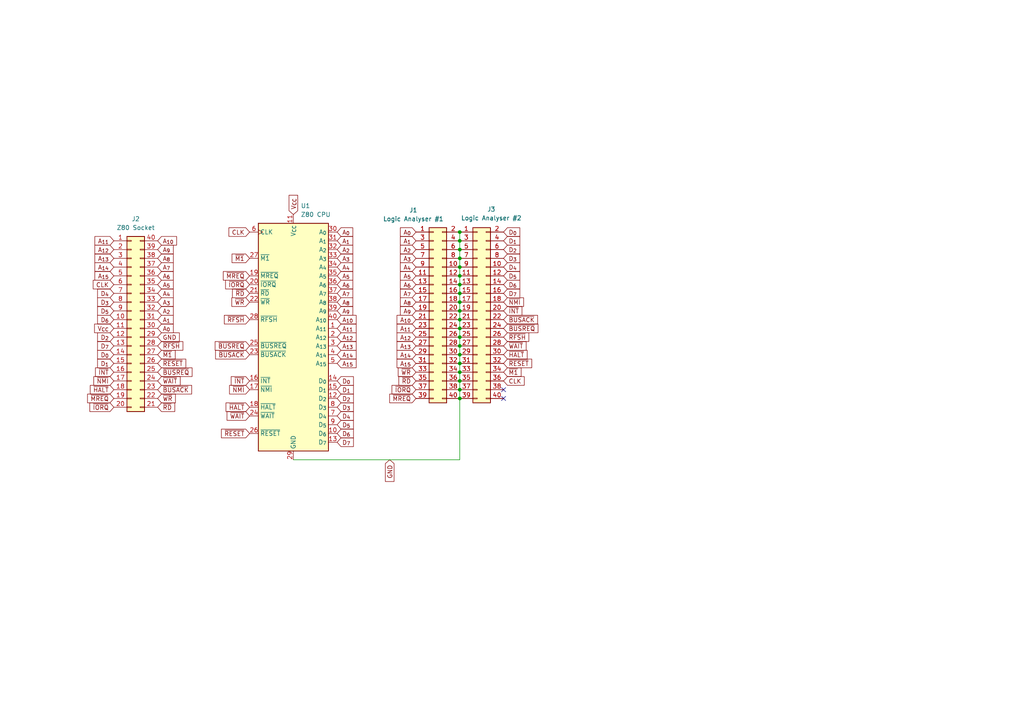
<source format=kicad_sch>
(kicad_sch (version 20250114) (generator "eeschema") (generator_version "9.0")
  (paper "A4")
  (title_block (title "Z80 CPU Breakout Board for Logic Analysers") (date "26/SEPT/2025") (rev "A") (company "Brett Hallen") (comment 1 "www,youtube.com/@Brfff"))
  (lib_symbols
    (symbol "CPU:Z084000xP"
      (property "Reference" "U" (at -9.652 34.798 0))
      (property "Value" "Z084000xP" (at 3.81 34.798 0))
      (symbol "Z084000xP_0_1"
        (rectangle (start -10.16 33.02) (end 10.16 -33.02) (stroke (width 0.254)) (fill (type background)))
      )
      (symbol "Z084000xP_1_1"
        (pin input clock (at -12.7 30.48 0) (length 2.54) (name "CLK") (number "6"))
        (pin output line (at -12.7 22.86 0) (length 2.54) (name "~{M1}") (number "27"))
        (pin tri_state line (at -12.7 17.78 0) (length 2.54) (name "~{MREQ}") (number "19"))
        (pin tri_state line (at -12.7 15.24 0) (length 2.54) (name "~{IORQ}") (number "20"))
        (pin tri_state line (at -12.7 12.7 0) (length 2.54) (name "~{RD}") (number "21"))
        (pin tri_state line (at -12.7 10.16 0) (length 2.54) (name "~{WR}") (number "22"))
        (pin output line (at -12.7 5.08 0) (length 2.54) (name "~{RFSH}") (number "28"))
        (pin input line (at -12.7 -2.54 0) (length 2.54) (name "~{BUSREQ}") (number "25"))
        (pin output line (at -12.7 -5.08 0) (length 2.54) (name "~{BUSACK}") (number "23"))
        (pin input line (at -12.7 -12.7 0) (length 2.54) (name "~{INT}") (number "16"))
        (pin input line (at -12.7 -15.24 0) (length 2.54) (name "~{NMI}") (number "17"))
        (pin output line (at -12.7 -20.32 0) (length 2.54) (name "~{HALT}") (number "18"))
        (pin input line (at -12.7 -22.86 0) (length 2.54) (name "~{WAIT}") (number "24"))
        (pin input line (at -12.7 -27.94 0) (length 2.54) (name "~{RESET}") (number "26"))
        (pin power_in line (at 0 35.56 270) (length 2.54) (name "V_{CC}") (number "11"))
        (pin power_in line (at 0 -35.56 90) (length 2.54) (name "GND") (number "29"))
        (pin tri_state line (at 12.7 30.48 180) (length 2.54) (name "A_{0}") (number "30"))
        (pin tri_state line (at 12.7 27.94 180) (length 2.54) (name "A_{1}") (number "31"))
        (pin tri_state line (at 12.7 25.4 180) (length 2.54) (name "A_{2}") (number "32"))
        (pin tri_state line (at 12.7 22.86 180) (length 2.54) (name "A_{3}") (number "33"))
        (pin tri_state line (at 12.7 20.32 180) (length 2.54) (name "A_{4}") (number "34"))
        (pin tri_state line (at 12.7 17.78 180) (length 2.54) (name "A_{5}") (number "35"))
        (pin tri_state line (at 12.7 15.24 180) (length 2.54) (name "A_{6}") (number "36"))
        (pin tri_state line (at 12.7 12.7 180) (length 2.54) (name "A_{7}") (number "37"))
        (pin tri_state line (at 12.7 10.16 180) (length 2.54) (name "A_{8}") (number "38"))
        (pin tri_state line (at 12.7 7.62 180) (length 2.54) (name "A_{9}") (number "39"))
        (pin tri_state line (at 12.7 5.08 180) (length 2.54) (name "A_{10}") (number "40"))
        (pin tri_state line (at 12.7 2.54 180) (length 2.54) (name "A_{11}") (number "1"))
        (pin tri_state line (at 12.7 0 180) (length 2.54) (name "A_{12}") (number "2"))
        (pin tri_state line (at 12.7 -2.54 180) (length 2.54) (name "A_{13}") (number "3"))
        (pin tri_state line (at 12.7 -5.08 180) (length 2.54) (name "A_{14}") (number "4"))
        (pin tri_state line (at 12.7 -7.62 180) (length 2.54) (name "A_{15}") (number "5"))
        (pin bidirectional line (at 12.7 -12.7 180) (length 2.54) (name "D_{0}") (number "14"))
        (pin bidirectional line (at 12.7 -15.24 180) (length 2.54) (name "D_{1}") (number "15"))
        (pin bidirectional line (at 12.7 -17.78 180) (length 2.54) (name "D_{2}") (number "12"))
        (pin bidirectional line (at 12.7 -20.32 180) (length 2.54) (name "D_{3}") (number "8"))
        (pin bidirectional line (at 12.7 -22.86 180) (length 2.54) (name "D_{4}") (number "7"))
        (pin bidirectional line (at 12.7 -25.4 180) (length 2.54) (name "D_{5}") (number "9"))
        (pin bidirectional line (at 12.7 -27.94 180) (length 2.54) (name "D_{6}") (number "10"))
        (pin bidirectional line (at 12.7 -30.48 180) (length 2.54) (name "D_{7}") (number "13"))
      )
    )
    (symbol "Connector_Generic:Conn_02x20_Counter_Clockwise" (pin_names (offset 1.016) (hide yes))
      (property "Reference" "J" (at 1.27 25.4 0))
      (property "Value" "Conn_02x20_Counter_Clockwise" (at 1.27 -27.94 0))
      (symbol "Conn_02x20_Counter_Clockwise_1_1"
        (rectangle (start -1.27 24.13) (end 3.81 -26.67) (stroke (width 0.254)) (fill (type background)))
        (rectangle (start -1.27 22.987) (end 0 22.733) (stroke (width 0.1524)))
        (rectangle (start -1.27 20.447) (end 0 20.193) (stroke (width 0.1524)))
        (rectangle (start -1.27 17.907) (end 0 17.653) (stroke (width 0.1524)))
        (rectangle (start -1.27 15.367) (end 0 15.113) (stroke (width 0.1524)))
        (rectangle (start -1.27 12.827) (end 0 12.573) (stroke (width 0.1524)))
        (rectangle (start -1.27 10.287) (end 0 10.033) (stroke (width 0.1524)))
        (rectangle (start -1.27 7.747) (end 0 7.493) (stroke (width 0.1524)))
        (rectangle (start -1.27 5.207) (end 0 4.953) (stroke (width 0.1524)))
        (rectangle (start -1.27 2.667) (end 0 2.413) (stroke (width 0.1524)))
        (rectangle (start -1.27 0.127) (end 0 -0.127) (stroke (width 0.1524)))
        (rectangle (start -1.27 -2.413) (end 0 -2.667) (stroke (width 0.1524)))
        (rectangle (start -1.27 -4.953) (end 0 -5.207) (stroke (width 0.1524)))
        (rectangle (start -1.27 -7.493) (end 0 -7.747) (stroke (width 0.1524)))
        (rectangle (start -1.27 -10.033) (end 0 -10.287) (stroke (width 0.1524)))
        (rectangle (start -1.27 -12.573) (end 0 -12.827) (stroke (width 0.1524)))
        (rectangle (start -1.27 -15.113) (end 0 -15.367) (stroke (width 0.1524)))
        (rectangle (start -1.27 -17.653) (end 0 -17.907) (stroke (width 0.1524)))
        (rectangle (start -1.27 -20.193) (end 0 -20.447) (stroke (width 0.1524)))
        (rectangle (start -1.27 -22.733) (end 0 -22.987) (stroke (width 0.1524)))
        (rectangle (start -1.27 -25.273) (end 0 -25.527) (stroke (width 0.1524)))
        (rectangle (start 3.81 22.987) (end 2.54 22.733) (stroke (width 0.1524)))
        (rectangle (start 3.81 20.447) (end 2.54 20.193) (stroke (width 0.1524)))
        (rectangle (start 3.81 17.907) (end 2.54 17.653) (stroke (width 0.1524)))
        (rectangle (start 3.81 15.367) (end 2.54 15.113) (stroke (width 0.1524)))
        (rectangle (start 3.81 12.827) (end 2.54 12.573) (stroke (width 0.1524)))
        (rectangle (start 3.81 10.287) (end 2.54 10.033) (stroke (width 0.1524)))
        (rectangle (start 3.81 7.747) (end 2.54 7.493) (stroke (width 0.1524)))
        (rectangle (start 3.81 5.207) (end 2.54 4.953) (stroke (width 0.1524)))
        (rectangle (start 3.81 2.667) (end 2.54 2.413) (stroke (width 0.1524)))
        (rectangle (start 3.81 0.127) (end 2.54 -0.127) (stroke (width 0.1524)))
        (rectangle (start 3.81 -2.413) (end 2.54 -2.667) (stroke (width 0.1524)))
        (rectangle (start 3.81 -4.953) (end 2.54 -5.207) (stroke (width 0.1524)))
        (rectangle (start 3.81 -7.493) (end 2.54 -7.747) (stroke (width 0.1524)))
        (rectangle (start 3.81 -10.033) (end 2.54 -10.287) (stroke (width 0.1524)))
        (rectangle (start 3.81 -12.573) (end 2.54 -12.827) (stroke (width 0.1524)))
        (rectangle (start 3.81 -15.113) (end 2.54 -15.367) (stroke (width 0.1524)))
        (rectangle (start 3.81 -17.653) (end 2.54 -17.907) (stroke (width 0.1524)))
        (rectangle (start 3.81 -20.193) (end 2.54 -20.447) (stroke (width 0.1524)))
        (rectangle (start 3.81 -22.733) (end 2.54 -22.987) (stroke (width 0.1524)))
        (rectangle (start 3.81 -25.273) (end 2.54 -25.527) (stroke (width 0.1524)))
        (pin passive line (at -5.08 22.86 0) (length 3.81) (name "Pin_1") (number "1"))
        (pin passive line (at -5.08 20.32 0) (length 3.81) (name "Pin_2") (number "2"))
        (pin passive line (at -5.08 17.78 0) (length 3.81) (name "Pin_3") (number "3"))
        (pin passive line (at -5.08 15.24 0) (length 3.81) (name "Pin_4") (number "4"))
        (pin passive line (at -5.08 12.7 0) (length 3.81) (name "Pin_5") (number "5"))
        (pin passive line (at -5.08 10.16 0) (length 3.81) (name "Pin_6") (number "6"))
        (pin passive line (at -5.08 7.62 0) (length 3.81) (name "Pin_7") (number "7"))
        (pin passive line (at -5.08 5.08 0) (length 3.81) (name "Pin_8") (number "8"))
        (pin passive line (at -5.08 2.54 0) (length 3.81) (name "Pin_9") (number "9"))
        (pin passive line (at -5.08 0 0) (length 3.81) (name "Pin_10") (number "10"))
        (pin passive line (at -5.08 -2.54 0) (length 3.81) (name "Pin_11") (number "11"))
        (pin passive line (at -5.08 -5.08 0) (length 3.81) (name "Pin_12") (number "12"))
        (pin passive line (at -5.08 -7.62 0) (length 3.81) (name "Pin_13") (number "13"))
        (pin passive line (at -5.08 -10.16 0) (length 3.81) (name "Pin_14") (number "14"))
        (pin passive line (at -5.08 -12.7 0) (length 3.81) (name "Pin_15") (number "15"))
        (pin passive line (at -5.08 -15.24 0) (length 3.81) (name "Pin_16") (number "16"))
        (pin passive line (at -5.08 -17.78 0) (length 3.81) (name "Pin_17") (number "17"))
        (pin passive line (at -5.08 -20.32 0) (length 3.81) (name "Pin_18") (number "18"))
        (pin passive line (at -5.08 -22.86 0) (length 3.81) (name "Pin_19") (number "19"))
        (pin passive line (at -5.08 -25.4 0) (length 3.81) (name "Pin_20") (number "20"))
        (pin passive line (at 7.62 22.86 180) (length 3.81) (name "Pin_40") (number "40"))
        (pin passive line (at 7.62 20.32 180) (length 3.81) (name "Pin_39") (number "39"))
        (pin passive line (at 7.62 17.78 180) (length 3.81) (name "Pin_38") (number "38"))
        (pin passive line (at 7.62 15.24 180) (length 3.81) (name "Pin_37") (number "37"))
        (pin passive line (at 7.62 12.7 180) (length 3.81) (name "Pin_36") (number "36"))
        (pin passive line (at 7.62 10.16 180) (length 3.81) (name "Pin_35") (number "35"))
        (pin passive line (at 7.62 7.62 180) (length 3.81) (name "Pin_34") (number "34"))
        (pin passive line (at 7.62 5.08 180) (length 3.81) (name "Pin_33") (number "33"))
        (pin passive line (at 7.62 2.54 180) (length 3.81) (name "Pin_32") (number "32"))
        (pin passive line (at 7.62 0 180) (length 3.81) (name "Pin_31") (number "31"))
        (pin passive line (at 7.62 -2.54 180) (length 3.81) (name "Pin_30") (number "30"))
        (pin passive line (at 7.62 -5.08 180) (length 3.81) (name "Pin_29") (number "29"))
        (pin passive line (at 7.62 -7.62 180) (length 3.81) (name "Pin_28") (number "28"))
        (pin passive line (at 7.62 -10.16 180) (length 3.81) (name "Pin_27") (number "27"))
        (pin passive line (at 7.62 -12.7 180) (length 3.81) (name "Pin_26") (number "26"))
        (pin passive line (at 7.62 -15.24 180) (length 3.81) (name "Pin_25") (number "25"))
        (pin passive line (at 7.62 -17.78 180) (length 3.81) (name "Pin_24") (number "24"))
        (pin passive line (at 7.62 -20.32 180) (length 3.81) (name "Pin_23") (number "23"))
        (pin passive line (at 7.62 -22.86 180) (length 3.81) (name "Pin_22") (number "22"))
        (pin passive line (at 7.62 -25.4 180) (length 3.81) (name "Pin_21") (number "21"))
      )
    )
    (symbol "Connector_Generic:Conn_02x20_Odd_Even" (pin_names (offset 1.016) (hide yes))
      (property "Reference" "J" (at 1.27 25.4 0))
      (property "Value" "Conn_02x20_Odd_Even" (at 1.27 -27.94 0))
      (symbol "Conn_02x20_Odd_Even_1_1"
        (rectangle (start -1.27 24.13) (end 3.81 -26.67) (stroke (width 0.254)) (fill (type background)))
        (rectangle (start -1.27 22.987) (end 0 22.733) (stroke (width 0.1524)))
        (rectangle (start -1.27 20.447) (end 0 20.193) (stroke (width 0.1524)))
        (rectangle (start -1.27 17.907) (end 0 17.653) (stroke (width 0.1524)))
        (rectangle (start -1.27 15.367) (end 0 15.113) (stroke (width 0.1524)))
        (rectangle (start -1.27 12.827) (end 0 12.573) (stroke (width 0.1524)))
        (rectangle (start -1.27 10.287) (end 0 10.033) (stroke (width 0.1524)))
        (rectangle (start -1.27 7.747) (end 0 7.493) (stroke (width 0.1524)))
        (rectangle (start -1.27 5.207) (end 0 4.953) (stroke (width 0.1524)))
        (rectangle (start -1.27 2.667) (end 0 2.413) (stroke (width 0.1524)))
        (rectangle (start -1.27 0.127) (end 0 -0.127) (stroke (width 0.1524)))
        (rectangle (start -1.27 -2.413) (end 0 -2.667) (stroke (width 0.1524)))
        (rectangle (start -1.27 -4.953) (end 0 -5.207) (stroke (width 0.1524)))
        (rectangle (start -1.27 -7.493) (end 0 -7.747) (stroke (width 0.1524)))
        (rectangle (start -1.27 -10.033) (end 0 -10.287) (stroke (width 0.1524)))
        (rectangle (start -1.27 -12.573) (end 0 -12.827) (stroke (width 0.1524)))
        (rectangle (start -1.27 -15.113) (end 0 -15.367) (stroke (width 0.1524)))
        (rectangle (start -1.27 -17.653) (end 0 -17.907) (stroke (width 0.1524)))
        (rectangle (start -1.27 -20.193) (end 0 -20.447) (stroke (width 0.1524)))
        (rectangle (start -1.27 -22.733) (end 0 -22.987) (stroke (width 0.1524)))
        (rectangle (start -1.27 -25.273) (end 0 -25.527) (stroke (width 0.1524)))
        (rectangle (start 3.81 22.987) (end 2.54 22.733) (stroke (width 0.1524)))
        (rectangle (start 3.81 20.447) (end 2.54 20.193) (stroke (width 0.1524)))
        (rectangle (start 3.81 17.907) (end 2.54 17.653) (stroke (width 0.1524)))
        (rectangle (start 3.81 15.367) (end 2.54 15.113) (stroke (width 0.1524)))
        (rectangle (start 3.81 12.827) (end 2.54 12.573) (stroke (width 0.1524)))
        (rectangle (start 3.81 10.287) (end 2.54 10.033) (stroke (width 0.1524)))
        (rectangle (start 3.81 7.747) (end 2.54 7.493) (stroke (width 0.1524)))
        (rectangle (start 3.81 5.207) (end 2.54 4.953) (stroke (width 0.1524)))
        (rectangle (start 3.81 2.667) (end 2.54 2.413) (stroke (width 0.1524)))
        (rectangle (start 3.81 0.127) (end 2.54 -0.127) (stroke (width 0.1524)))
        (rectangle (start 3.81 -2.413) (end 2.54 -2.667) (stroke (width 0.1524)))
        (rectangle (start 3.81 -4.953) (end 2.54 -5.207) (stroke (width 0.1524)))
        (rectangle (start 3.81 -7.493) (end 2.54 -7.747) (stroke (width 0.1524)))
        (rectangle (start 3.81 -10.033) (end 2.54 -10.287) (stroke (width 0.1524)))
        (rectangle (start 3.81 -12.573) (end 2.54 -12.827) (stroke (width 0.1524)))
        (rectangle (start 3.81 -15.113) (end 2.54 -15.367) (stroke (width 0.1524)))
        (rectangle (start 3.81 -17.653) (end 2.54 -17.907) (stroke (width 0.1524)))
        (rectangle (start 3.81 -20.193) (end 2.54 -20.447) (stroke (width 0.1524)))
        (rectangle (start 3.81 -22.733) (end 2.54 -22.987) (stroke (width 0.1524)))
        (rectangle (start 3.81 -25.273) (end 2.54 -25.527) (stroke (width 0.1524)))
        (pin passive line (at -5.08 22.86 0) (length 3.81) (name "Pin_1") (number "1"))
        (pin passive line (at -5.08 20.32 0) (length 3.81) (name "Pin_3") (number "3"))
        (pin passive line (at -5.08 17.78 0) (length 3.81) (name "Pin_5") (number "5"))
        (pin passive line (at -5.08 15.24 0) (length 3.81) (name "Pin_7") (number "7"))
        (pin passive line (at -5.08 12.7 0) (length 3.81) (name "Pin_9") (number "9"))
        (pin passive line (at -5.08 10.16 0) (length 3.81) (name "Pin_11") (number "11"))
        (pin passive line (at -5.08 7.62 0) (length 3.81) (name "Pin_13") (number "13"))
        (pin passive line (at -5.08 5.08 0) (length 3.81) (name "Pin_15") (number "15"))
        (pin passive line (at -5.08 2.54 0) (length 3.81) (name "Pin_17") (number "17"))
        (pin passive line (at -5.08 0 0) (length 3.81) (name "Pin_19") (number "19"))
        (pin passive line (at -5.08 -2.54 0) (length 3.81) (name "Pin_21") (number "21"))
        (pin passive line (at -5.08 -5.08 0) (length 3.81) (name "Pin_23") (number "23"))
        (pin passive line (at -5.08 -7.62 0) (length 3.81) (name "Pin_25") (number "25"))
        (pin passive line (at -5.08 -10.16 0) (length 3.81) (name "Pin_27") (number "27"))
        (pin passive line (at -5.08 -12.7 0) (length 3.81) (name "Pin_29") (number "29"))
        (pin passive line (at -5.08 -15.24 0) (length 3.81) (name "Pin_31") (number "31"))
        (pin passive line (at -5.08 -17.78 0) (length 3.81) (name "Pin_33") (number "33"))
        (pin passive line (at -5.08 -20.32 0) (length 3.81) (name "Pin_35") (number "35"))
        (pin passive line (at -5.08 -22.86 0) (length 3.81) (name "Pin_37") (number "37"))
        (pin passive line (at -5.08 -25.4 0) (length 3.81) (name "Pin_39") (number "39"))
        (pin passive line (at 7.62 22.86 180) (length 3.81) (name "Pin_2") (number "2"))
        (pin passive line (at 7.62 20.32 180) (length 3.81) (name "Pin_4") (number "4"))
        (pin passive line (at 7.62 17.78 180) (length 3.81) (name "Pin_6") (number "6"))
        (pin passive line (at 7.62 15.24 180) (length 3.81) (name "Pin_8") (number "8"))
        (pin passive line (at 7.62 12.7 180) (length 3.81) (name "Pin_10") (number "10"))
        (pin passive line (at 7.62 10.16 180) (length 3.81) (name "Pin_12") (number "12"))
        (pin passive line (at 7.62 7.62 180) (length 3.81) (name "Pin_14") (number "14"))
        (pin passive line (at 7.62 5.08 180) (length 3.81) (name "Pin_16") (number "16"))
        (pin passive line (at 7.62 2.54 180) (length 3.81) (name "Pin_18") (number "18"))
        (pin passive line (at 7.62 0 180) (length 3.81) (name "Pin_20") (number "20"))
        (pin passive line (at 7.62 -2.54 180) (length 3.81) (name "Pin_22") (number "22"))
        (pin passive line (at 7.62 -5.08 180) (length 3.81) (name "Pin_24") (number "24"))
        (pin passive line (at 7.62 -7.62 180) (length 3.81) (name "Pin_26") (number "26"))
        (pin passive line (at 7.62 -10.16 180) (length 3.81) (name "Pin_28") (number "28"))
        (pin passive line (at 7.62 -12.7 180) (length 3.81) (name "Pin_30") (number "30"))
        (pin passive line (at 7.62 -15.24 180) (length 3.81) (name "Pin_32") (number "32"))
        (pin passive line (at 7.62 -17.78 180) (length 3.81) (name "Pin_34") (number "34"))
        (pin passive line (at 7.62 -20.32 180) (length 3.81) (name "Pin_36") (number "36"))
        (pin passive line (at 7.62 -22.86 180) (length 3.81) (name "Pin_38") (number "38"))
        (pin passive line (at 7.62 -25.4 180) (length 3.81) (name "Pin_40") (number "40"))
      )
    )
  )
  (junction (at 133.35 113.03))
  (junction (at 133.35 67.31))
  (junction (at 133.35 72.39))
  (junction (at 133.35 69.85))
  (junction (at 133.35 92.71))
  (junction (at 133.35 97.79))
  (junction (at 133.35 82.55))
  (junction (at 133.35 107.95))
  (junction (at 133.35 102.87))
  (junction (at 133.35 87.63))
  (junction (at 133.35 95.25))
  (junction (at 133.35 90.17))
  (junction (at 133.35 80.01))
  (junction (at 133.35 77.47))
  (junction (at 133.35 74.93))
  (junction (at 133.35 115.57))
  (junction (at 133.35 85.09))
  (junction (at 133.35 100.33))
  (junction (at 133.35 110.49))
  (junction (at 133.35 105.41))
  (no_connect (at 146.05 113.03))
  (no_connect (at 146.05 115.57))
  (wire (pts (xy 133.35 102.87) (xy 133.35 100.33)))
  (wire (pts (xy 133.35 90.17) (xy 133.35 87.63)))
  (wire (pts (xy 133.35 72.39) (xy 133.35 69.85)))
  (wire (pts (xy 133.35 95.25) (xy 133.35 92.71)))
  (wire (pts (xy 133.35 74.93) (xy 133.35 72.39)))
  (wire (pts (xy 133.35 115.57) (xy 133.35 113.03)))
  (wire (pts (xy 133.35 105.41) (xy 133.35 102.87)))
  (wire (pts (xy 133.35 85.09) (xy 133.35 82.55)))
  (wire (pts (xy 133.35 113.03) (xy 133.35 110.49)))
  (wire (pts (xy 133.35 100.33) (xy 133.35 97.79)))
  (wire (pts (xy 133.35 80.01) (xy 133.35 77.47)))
  (wire (pts (xy 133.35 87.63) (xy 133.35 85.09)))
  (wire (pts (xy 133.35 77.47) (xy 133.35 74.93)))
  (wire (pts (xy 133.35 92.71) (xy 133.35 90.17)))
  (wire (pts (xy 133.35 97.79) (xy 133.35 95.25)))
  (wire (pts (xy 133.35 133.35) (xy 133.35 115.57)))
  (wire (pts (xy 133.35 82.55) (xy 133.35 80.01)))
  (wire (pts (xy 85.09 133.35) (xy 133.35 133.35)))
  (wire (pts (xy 133.35 69.85) (xy 133.35 67.31)))
  (wire (pts (xy 133.35 107.95) (xy 133.35 105.41)))
  (wire (pts (xy 133.35 110.49) (xy 133.35 107.95)))
  (global_label "~{BUSACK}" (shape input) (at 45.72 113.03 0) (property "Intersheetrefs" "${INTERSHEET_REFS}" (effects (hide yes))))
  (global_label "A_{12}" (shape input) (at 97.79 97.79 0) (property "Intersheetrefs" "${INTERSHEET_REFS}" (effects (hide yes))))
  (global_label "CLK" (shape input) (at 72.39 67.31 180) (property "Intersheetrefs" "${INTERSHEET_REFS}" (effects (hide yes))))
  (global_label "A_{10}" (shape input) (at 97.79 92.71 0) (property "Intersheetrefs" "${INTERSHEET_REFS}" (effects (hide yes))))
  (global_label "V_{CC}" (shape input) (at 33.02 95.25 180) (property "Intersheetrefs" "${INTERSHEET_REFS}" (effects (hide yes))))
  (global_label "D_{4}" (shape input) (at 97.79 120.65 0) (property "Intersheetrefs" "${INTERSHEET_REFS}" (effects (hide yes))))
  (global_label "A_{5}" (shape input) (at 97.79 80.01 0) (property "Intersheetrefs" "${INTERSHEET_REFS}" (effects (hide yes))))
  (global_label "A_{15}" (shape input) (at 120.65 105.41 180) (property "Intersheetrefs" "${INTERSHEET_REFS}" (effects (hide yes))))
  (global_label "A_{2}" (shape input) (at 45.72 90.17 0) (property "Intersheetrefs" "${INTERSHEET_REFS}" (effects (hide yes))))
  (global_label "A_{10}" (shape input) (at 120.65 92.71 180) (property "Intersheetrefs" "${INTERSHEET_REFS}" (effects (hide yes))))
  (global_label "~{HALT}" (shape input) (at 146.05 102.87 0) (property "Intersheetrefs" "${INTERSHEET_REFS}" (effects (hide yes))))
  (global_label "A_{3}" (shape input) (at 45.72 87.63 0) (property "Intersheetrefs" "${INTERSHEET_REFS}" (effects (hide yes))))
  (global_label "A_{8}" (shape input) (at 120.65 87.63 180) (property "Intersheetrefs" "${INTERSHEET_REFS}" (effects (hide yes))))
  (global_label "D_{2}" (shape input) (at 146.05 72.39 0) (property "Intersheetrefs" "${INTERSHEET_REFS}" (effects (hide yes))))
  (global_label "~{M1}" (shape input) (at 146.05 107.95 0) (property "Intersheetrefs" "${INTERSHEET_REFS}" (effects (hide yes))))
  (global_label "A_{1}" (shape input) (at 120.65 69.85 180) (property "Intersheetrefs" "${INTERSHEET_REFS}" (effects (hide yes))))
  (global_label "D_{0}" (shape input) (at 33.02 102.87 180) (property "Intersheetrefs" "${INTERSHEET_REFS}" (effects (hide yes))))
  (global_label "A_{8}" (shape input) (at 97.79 87.63 0) (property "Intersheetrefs" "${INTERSHEET_REFS}" (effects (hide yes))))
  (global_label "D_{6}" (shape input) (at 146.05 82.55 0) (property "Intersheetrefs" "${INTERSHEET_REFS}" (effects (hide yes))))
  (global_label "D_{3}" (shape input) (at 33.02 87.63 180) (property "Intersheetrefs" "${INTERSHEET_REFS}" (effects (hide yes))))
  (global_label "A_{11}" (shape input) (at 33.02 69.85 180) (property "Intersheetrefs" "${INTERSHEET_REFS}" (effects (hide yes))))
  (global_label "~{WR}" (shape input) (at 45.72 115.57 0) (property "Intersheetrefs" "${INTERSHEET_REFS}" (effects (hide yes))))
  (global_label "D_{1}" (shape input) (at 33.02 105.41 180) (property "Intersheetrefs" "${INTERSHEET_REFS}" (effects (hide yes))))
  (global_label "A_{3}" (shape input) (at 97.79 74.93 0) (property "Intersheetrefs" "${INTERSHEET_REFS}" (effects (hide yes))))
  (global_label "A_{5}" (shape input) (at 120.65 80.01 180) (property "Intersheetrefs" "${INTERSHEET_REFS}" (effects (hide yes))))
  (global_label "~{HALT}" (shape input) (at 33.02 113.03 180) (property "Intersheetrefs" "${INTERSHEET_REFS}" (effects (hide yes))))
  (global_label "A_{6}" (shape input) (at 97.79 82.55 0) (property "Intersheetrefs" "${INTERSHEET_REFS}" (effects (hide yes))))
  (global_label "D_{4}" (shape input) (at 146.05 77.47 0) (property "Intersheetrefs" "${INTERSHEET_REFS}" (effects (hide yes))))
  (global_label "~{WAIT}" (shape input) (at 45.72 110.49 0) (property "Intersheetrefs" "${INTERSHEET_REFS}" (effects (hide yes))))
  (global_label "A_{10}" (shape input) (at 45.72 69.85 0) (property "Intersheetrefs" "${INTERSHEET_REFS}" (effects (hide yes))))
  (global_label "~{RD}" (shape input) (at 45.72 118.11 0) (property "Intersheetrefs" "${INTERSHEET_REFS}" (effects (hide yes))))
  (global_label "D_{1}" (shape input) (at 97.79 113.03 0) (property "Intersheetrefs" "${INTERSHEET_REFS}" (effects (hide yes))))
  (global_label "CLK" (shape input) (at 33.02 82.55 180) (property "Intersheetrefs" "${INTERSHEET_REFS}" (effects (hide yes))))
  (global_label "A_{15}" (shape input) (at 33.02 80.01 180) (property "Intersheetrefs" "${INTERSHEET_REFS}" (effects (hide yes))))
  (global_label "A_{5}" (shape input) (at 45.72 82.55 0) (property "Intersheetrefs" "${INTERSHEET_REFS}" (effects (hide yes))))
  (global_label "~{WR}" (shape input) (at 120.65 107.95 180) (property "Intersheetrefs" "${INTERSHEET_REFS}" (effects (hide yes))))
  (global_label "~{IORQ}" (shape input) (at 120.65 113.03 180) (property "Intersheetrefs" "${INTERSHEET_REFS}" (effects (hide yes))))
  (global_label "~{RFSH}" (shape input) (at 146.05 97.79 0) (property "Intersheetrefs" "${INTERSHEET_REFS}" (effects (hide yes))))
  (global_label "A_{12}" (shape input) (at 120.65 97.79 180) (property "Intersheetrefs" "${INTERSHEET_REFS}" (effects (hide yes))))
  (global_label "A_{3}" (shape input) (at 120.65 74.93 180) (property "Intersheetrefs" "${INTERSHEET_REFS}" (effects (hide yes))))
  (global_label "A_{6}" (shape input) (at 120.65 82.55 180) (property "Intersheetrefs" "${INTERSHEET_REFS}" (effects (hide yes))))
  (global_label "A_{14}" (shape input) (at 33.02 77.47 180) (property "Intersheetrefs" "${INTERSHEET_REFS}" (effects (hide yes))))
  (global_label "A_{13}" (shape input) (at 33.02 74.93 180) (property "Intersheetrefs" "${INTERSHEET_REFS}" (effects (hide yes))))
  (global_label "A_{6}" (shape input) (at 45.72 80.01 0) (property "Intersheetrefs" "${INTERSHEET_REFS}" (effects (hide yes))))
  (global_label "D_{6}" (shape input) (at 33.02 92.71 180) (property "Intersheetrefs" "${INTERSHEET_REFS}" (effects (hide yes))))
  (global_label "~{MREQ}" (shape input) (at 33.02 115.57 180) (property "Intersheetrefs" "${INTERSHEET_REFS}" (effects (hide yes))))
  (global_label "A_{0}" (shape input) (at 45.72 95.25 0) (property "Intersheetrefs" "${INTERSHEET_REFS}" (effects (hide yes))))
  (global_label "A_{8}" (shape input) (at 45.72 74.93 0) (property "Intersheetrefs" "${INTERSHEET_REFS}" (effects (hide yes))))
  (global_label "A_{4}" (shape input) (at 120.65 77.47 180) (property "Intersheetrefs" "${INTERSHEET_REFS}" (effects (hide yes))))
  (global_label "A_{12}" (shape input) (at 33.02 72.39 180) (property "Intersheetrefs" "${INTERSHEET_REFS}" (effects (hide yes))))
  (global_label "~{NMI}" (shape input) (at 146.05 87.63 0) (property "Intersheetrefs" "${INTERSHEET_REFS}" (effects (hide yes))))
  (global_label "A_{9}" (shape input) (at 45.72 72.39 0) (property "Intersheetrefs" "${INTERSHEET_REFS}" (effects (hide yes))))
  (global_label "CLK" (shape input) (at 146.05 110.49 0) (property "Intersheetrefs" "${INTERSHEET_REFS}" (effects (hide yes))))
  (global_label "D_{3}" (shape input) (at 97.79 118.11 0) (property "Intersheetrefs" "${INTERSHEET_REFS}" (effects (hide yes))))
  (global_label "~{WAIT}" (shape input) (at 146.05 100.33 0) (property "Intersheetrefs" "${INTERSHEET_REFS}" (effects (hide yes))))
  (global_label "A_{15}" (shape input) (at 97.79 105.41 0) (property "Intersheetrefs" "${INTERSHEET_REFS}" (effects (hide yes))))
  (global_label "A_{4}" (shape input) (at 45.72 85.09 0) (property "Intersheetrefs" "${INTERSHEET_REFS}" (effects (hide yes))))
  (global_label "V_{CC}" (shape input) (at 85.09 62.23 90) (property "Intersheetrefs" "${INTERSHEET_REFS}" (effects (hide yes))))
  (global_label "D_{5}" (shape input) (at 146.05 80.01 0) (property "Intersheetrefs" "${INTERSHEET_REFS}" (effects (hide yes))))
  (global_label "A_{14}" (shape input) (at 97.79 102.87 0) (property "Intersheetrefs" "${INTERSHEET_REFS}" (effects (hide yes))))
  (global_label "A_{7}" (shape input) (at 120.65 85.09 180) (property "Intersheetrefs" "${INTERSHEET_REFS}" (effects (hide yes))))
  (global_label "D_{0}" (shape input) (at 97.79 110.49 0) (property "Intersheetrefs" "${INTERSHEET_REFS}" (effects (hide yes))))
  (global_label "GND" (shape input) (at 113.03 133.35 270) (property "Intersheetrefs" "${INTERSHEET_REFS}" (effects (hide yes))))
  (global_label "D_{2}" (shape input) (at 33.02 97.79 180) (property "Intersheetrefs" "${INTERSHEET_REFS}" (effects (hide yes))))
  (global_label "A_{9}" (shape input) (at 120.65 90.17 180) (property "Intersheetrefs" "${INTERSHEET_REFS}" (effects (hide yes))))
  (global_label "D_{1}" (shape input) (at 146.05 69.85 0) (property "Intersheetrefs" "${INTERSHEET_REFS}" (effects (hide yes))))
  (global_label "D_{2}" (shape input) (at 97.79 115.57 0) (property "Intersheetrefs" "${INTERSHEET_REFS}" (effects (hide yes))))
  (global_label "A_{11}" (shape input) (at 120.65 95.25 180) (property "Intersheetrefs" "${INTERSHEET_REFS}" (effects (hide yes))))
  (global_label "~{M1}" (shape input) (at 45.72 102.87 0) (property "Intersheetrefs" "${INTERSHEET_REFS}" (effects (hide yes))))
  (global_label "~{INT}" (shape input) (at 33.02 107.95 180) (property "Intersheetrefs" "${INTERSHEET_REFS}" (effects (hide yes))))
  (global_label "~{IORQ}" (shape input) (at 33.02 118.11 180) (property "Intersheetrefs" "${INTERSHEET_REFS}" (effects (hide yes))))
  (global_label "~{WR}" (shape input) (at 72.39 87.63 180) (property "Intersheetrefs" "${INTERSHEET_REFS}" (effects (hide yes))))
  (global_label "~{RD}" (shape input) (at 72.39 85.09 180) (property "Intersheetrefs" "${INTERSHEET_REFS}" (effects (hide yes))))
  (global_label "~{MREQ}" (shape input) (at 72.39 80.01 180) (property "Intersheetrefs" "${INTERSHEET_REFS}" (effects (hide yes))))
  (global_label "~{IORQ}" (shape input) (at 72.39 82.55 180) (property "Intersheetrefs" "${INTERSHEET_REFS}" (effects (hide yes))))
  (global_label "~{BUSACK}" (shape input) (at 146.05 92.71 0) (property "Intersheetrefs" "${INTERSHEET_REFS}" (effects (hide yes))))
  (global_label "A_{14}" (shape input) (at 120.65 102.87 180) (property "Intersheetrefs" "${INTERSHEET_REFS}" (effects (hide yes))))
  (global_label "A_{7}" (shape input) (at 97.79 85.09 0) (property "Intersheetrefs" "${INTERSHEET_REFS}" (effects (hide yes))))
  (global_label "D_{6}" (shape input) (at 97.79 125.73 0) (property "Intersheetrefs" "${INTERSHEET_REFS}" (effects (hide yes))))
  (global_label "~{RESET}" (shape input) (at 146.05 105.41 0) (property "Intersheetrefs" "${INTERSHEET_REFS}" (effects (hide yes))))
  (global_label "A_{9}" (shape input) (at 97.79 90.17 0) (property "Intersheetrefs" "${INTERSHEET_REFS}" (effects (hide yes))))
  (global_label "A_{13}" (shape input) (at 97.79 100.33 0) (property "Intersheetrefs" "${INTERSHEET_REFS}" (effects (hide yes))))
  (global_label "~{RESET}" (shape input) (at 72.39 125.73 180) (property "Intersheetrefs" "${INTERSHEET_REFS}" (effects (hide yes))))
  (global_label "~{WAIT}" (shape input) (at 72.39 120.65 180) (property "Intersheetrefs" "${INTERSHEET_REFS}" (effects (hide yes))))
  (global_label "~{RFSH}" (shape input) (at 72.39 92.71 180) (property "Intersheetrefs" "${INTERSHEET_REFS}" (effects (hide yes))))
  (global_label "~{BUSACK}" (shape input) (at 72.39 102.87 180) (property "Intersheetrefs" "${INTERSHEET_REFS}" (effects (hide yes))))
  (global_label "~{INT}" (shape input) (at 72.39 110.49 180) (property "Intersheetrefs" "${INTERSHEET_REFS}" (effects (hide yes))))
  (global_label "~{HALT}" (shape input) (at 72.39 118.11 180) (property "Intersheetrefs" "${INTERSHEET_REFS}" (effects (hide yes))))
  (global_label "~{BUSREQ}" (shape input) (at 72.39 100.33 180) (property "Intersheetrefs" "${INTERSHEET_REFS}" (effects (hide yes))))
  (global_label "~{NMI}" (shape input) (at 72.39 113.03 180) (property "Intersheetrefs" "${INTERSHEET_REFS}" (effects (hide yes))))
  (global_label "~{M1}" (shape input) (at 72.39 74.93 180) (property "Intersheetrefs" "${INTERSHEET_REFS}" (effects (hide yes))))
  (global_label "A_{2}" (shape input) (at 97.79 72.39 0) (property "Intersheetrefs" "${INTERSHEET_REFS}" (effects (hide yes))))
  (global_label "~{RD}" (shape input) (at 120.65 110.49 180) (property "Intersheetrefs" "${INTERSHEET_REFS}" (effects (hide yes))))
  (global_label "D_{5}" (shape input) (at 97.79 123.19 0) (property "Intersheetrefs" "${INTERSHEET_REFS}" (effects (hide yes))))
  (global_label "~{RFSH}" (shape input) (at 45.72 100.33 0) (property "Intersheetrefs" "${INTERSHEET_REFS}" (effects (hide yes))))
  (global_label "D_{0}" (shape input) (at 146.05 67.31 0) (property "Intersheetrefs" "${INTERSHEET_REFS}" (effects (hide yes))))
  (global_label "A_{11}" (shape input) (at 97.79 95.25 0) (property "Intersheetrefs" "${INTERSHEET_REFS}" (effects (hide yes))))
  (global_label "D_{3}" (shape input) (at 146.05 74.93 0) (property "Intersheetrefs" "${INTERSHEET_REFS}" (effects (hide yes))))
  (global_label "~{BUSREQ}" (shape input) (at 45.72 107.95 0) (property "Intersheetrefs" "${INTERSHEET_REFS}" (effects (hide yes))))
  (global_label "A_{4}" (shape input) (at 97.79 77.47 0) (property "Intersheetrefs" "${INTERSHEET_REFS}" (effects (hide yes))))
  (global_label "A_{13}" (shape input) (at 120.65 100.33 180) (property "Intersheetrefs" "${INTERSHEET_REFS}" (effects (hide yes))))
  (global_label "~{NMI}" (shape input) (at 33.02 110.49 180) (property "Intersheetrefs" "${INTERSHEET_REFS}" (effects (hide yes))))
  (global_label "~{INT}" (shape input) (at 146.05 90.17 0) (property "Intersheetrefs" "${INTERSHEET_REFS}" (effects (hide yes))))
  (global_label "A_{1}" (shape input) (at 97.79 69.85 0) (property "Intersheetrefs" "${INTERSHEET_REFS}" (effects (hide yes))))
  (global_label "A_{0}" (shape input) (at 97.79 67.31 0) (property "Intersheetrefs" "${INTERSHEET_REFS}" (effects (hide yes))))
  (global_label "A_{1}" (shape input) (at 45.72 92.71 0) (property "Intersheetrefs" "${INTERSHEET_REFS}" (effects (hide yes))))
  (global_label "D_{7}" (shape input) (at 146.05 85.09 0) (property "Intersheetrefs" "${INTERSHEET_REFS}" (effects (hide yes))))
  (global_label "D_{7}" (shape input) (at 97.79 128.27 0) (property "Intersheetrefs" "${INTERSHEET_REFS}" (effects (hide yes))))
  (global_label "GND" (shape input) (at 45.72 97.79 0) (property "Intersheetrefs" "${INTERSHEET_REFS}" (effects (hide yes))))
  (global_label "A_{7}" (shape input) (at 45.72 77.47 0) (property "Intersheetrefs" "${INTERSHEET_REFS}" (effects (hide yes))))
  (global_label "A_{0}" (shape input) (at 120.65 67.31 180) (property "Intersheetrefs" "${INTERSHEET_REFS}" (effects (hide yes))))
  (global_label "~{MREQ}" (shape input) (at 120.65 115.57 180) (property "Intersheetrefs" "${INTERSHEET_REFS}" (effects (hide yes))))
  (global_label "A_{2}" (shape input) (at 120.65 72.39 180) (property "Intersheetrefs" "${INTERSHEET_REFS}" (effects (hide yes))))
  (global_label "D_{4}" (shape input) (at 33.02 85.09 180) (property "Intersheetrefs" "${INTERSHEET_REFS}" (effects (hide yes))))
  (global_label "D_{7}" (shape input) (at 33.02 100.33 180) (property "Intersheetrefs" "${INTERSHEET_REFS}" (effects (hide yes))))
  (global_label "D_{5}" (shape input) (at 33.02 90.17 180) (property "Intersheetrefs" "${INTERSHEET_REFS}" (effects (hide yes))))
  (global_label "~{BUSREQ}" (shape input) (at 146.05 95.25 0) (property "Intersheetrefs" "${INTERSHEET_REFS}" (effects (hide yes))))
  (global_label "~{RESET}" (shape input) (at 45.72 105.41 0) (property "Intersheetrefs" "${INTERSHEET_REFS}" (effects (hide yes))))
  (symbol (lib_id "Connector_Generic:Conn_02x20_Counter_Clockwise") (at 38.1 92.71 0) (unit 1)
    (property "Reference" "J2" (at 39.37 63.5 0))
    (property "Value" "Z80 Socket" (at 39.37 66.04 0))
    (property "Footprint" "Package_DIP:DIP-40_W15.24mm" (effects (hide yes)))
    (property "Description" "Generic connector, double row, 02x20, counter clockwise pin numbering scheme (similar to DIP package numbering), script generated (kicad-library-utils/schlib/autogen/connector/)" (effects (hide yes)))
  )
  (symbol (lib_id "CPU:Z084000xP") (at 85.09 97.79 0) (unit 1)
    (property "Reference" "U1" (at 87.2333 59.69 0) (effects (justify left)))
    (property "Value" "Z80 CPU" (at 87.2333 62.23 0) (effects (justify left)))
    (property "Footprint" "Package_DIP:DIP-40_W15.24mm" (effects (hide yes)))
    (property "Datasheet" "https://archive.org/details/zilog-z-8400" (effects (hide yes)))
    (property "Description" "8-bit General Purpose Microprocessor, 8-bit data bus, 16-bit address bus, 4 / 6.17 / 8 MHz, DIP-40 (600 mil)" (effects (hide yes)))
  )
  (symbol (lib_id "Connector_Generic:Conn_02x20_Odd_Even") (at 125.73 90.17 0) (unit 1)
    (property "Reference" "J1" (at 119.888 60.96 0))
    (property "Value" "Logic Analyser #1" (at 119.888 63.5 0))
    (property "Footprint" "Connector_PinHeader_2.54mm:PinHeader_2x20_P2.54mm_Vertical" (effects (hide yes)))
    (property "Description" "Generic connector, double row, 02x20, odd/even pin numbering scheme (row 1 odd numbers, row 2 even numbers), script generated (kicad-library-utils/schlib/autogen/connector/)" (effects (hide yes)))
  )
  (symbol (lib_id "Connector_Generic:Conn_02x20_Odd_Even") (at 138.43 90.17 0) (unit 1)
    (property "Reference" "J3" (at 142.494 60.706 0))
    (property "Value" "Logic Analyser #2" (at 142.494 63.246 0))
    (property "Footprint" "Connector_PinHeader_2.54mm:PinHeader_2x20_P2.54mm_Vertical" (effects (hide yes)))
    (property "Description" "Generic connector, double row, 02x20, odd/even pin numbering scheme (row 1 odd numbers, row 2 even numbers), script generated (kicad-library-utils/schlib/autogen/connector/)" (effects (hide yes)))
  )
)
</source>
